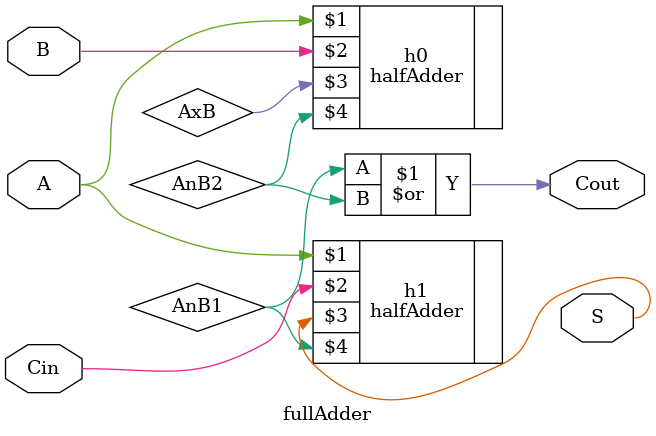
<source format=v>
module fullAdder(
    input A, B, Cin,
    output S, Cout
);


halfAdder h0(
    A,
    B,
    AxB,
    AnB2
);
halfAdder h1(
    A,
    Cin,
    S,
    AnB1
);

or(Cout, AnB1, AnB2);

endmodule

</source>
